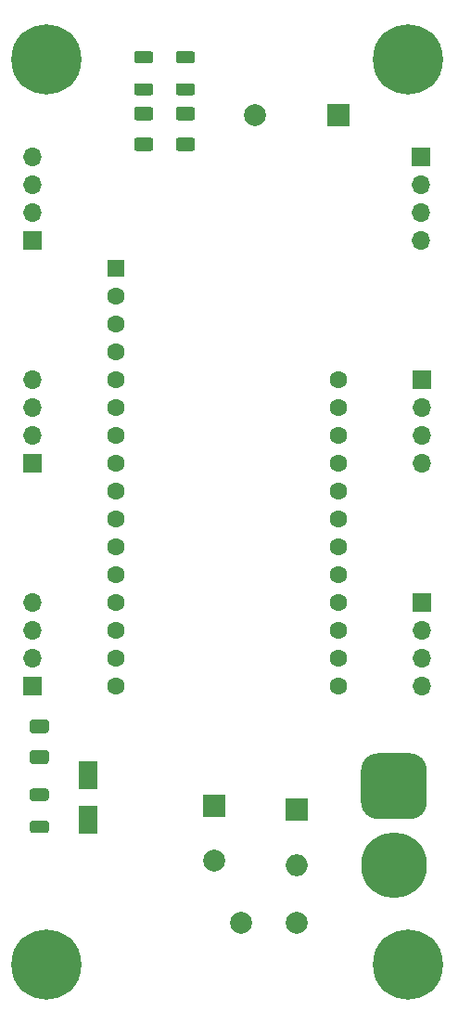
<source format=gbr>
%TF.GenerationSoftware,KiCad,Pcbnew,(5.1.12)-1*%
%TF.CreationDate,2022-01-27T23:25:20+05:30*%
%TF.ProjectId,M5_BuggyProject,4d355f42-7567-4677-9950-726f6a656374,v1.0*%
%TF.SameCoordinates,Original*%
%TF.FileFunction,Soldermask,Top*%
%TF.FilePolarity,Negative*%
%FSLAX46Y46*%
G04 Gerber Fmt 4.6, Leading zero omitted, Abs format (unit mm)*
G04 Created by KiCad (PCBNEW (5.1.12)-1) date 2022-01-27 23:25:20*
%MOMM*%
%LPD*%
G01*
G04 APERTURE LIST*
%ADD10R,1.700000X1.700000*%
%ADD11O,1.700000X1.700000*%
%ADD12R,2.000000X2.000000*%
%ADD13C,2.000000*%
%ADD14O,2.000000X2.000000*%
%ADD15C,1.600000*%
%ADD16R,1.600000X1.600000*%
%ADD17C,6.000000*%
%ADD18R,1.700000X2.500000*%
%ADD19C,6.400000*%
%ADD20C,0.800000*%
G04 APERTURE END LIST*
D10*
%TO.C,A7*%
X79248000Y-96266000D03*
D11*
X79248000Y-93726000D03*
X79248000Y-91186000D03*
X79248000Y-88646000D03*
%TD*%
D12*
%TO.C,C1*%
X95885000Y-107188000D03*
D13*
X95885000Y-112188000D03*
%TD*%
%TO.C,R1*%
G36*
G01*
X79257997Y-105621000D02*
X80508003Y-105621000D01*
G75*
G02*
X80758000Y-105870997I0J-249997D01*
G01*
X80758000Y-106496003D01*
G75*
G02*
X80508003Y-106746000I-249997J0D01*
G01*
X79257997Y-106746000D01*
G75*
G02*
X79008000Y-106496003I0J249997D01*
G01*
X79008000Y-105870997D01*
G75*
G02*
X79257997Y-105621000I249997J0D01*
G01*
G37*
G36*
G01*
X79257997Y-108546000D02*
X80508003Y-108546000D01*
G75*
G02*
X80758000Y-108795997I0J-249997D01*
G01*
X80758000Y-109421003D01*
G75*
G02*
X80508003Y-109671000I-249997J0D01*
G01*
X79257997Y-109671000D01*
G75*
G02*
X79008000Y-109421003I0J249997D01*
G01*
X79008000Y-108795997D01*
G75*
G02*
X79257997Y-108546000I249997J0D01*
G01*
G37*
%TD*%
D12*
%TO.C,D1*%
X103352600Y-107569000D03*
D14*
X103352600Y-112649000D03*
%TD*%
D11*
%TO.C,A6*%
X79248000Y-68326000D03*
X79248000Y-70866000D03*
X79248000Y-73406000D03*
D10*
X79248000Y-75946000D03*
%TD*%
D15*
%TO.C,A1*%
X86868000Y-96266000D03*
X86868000Y-93726000D03*
X86868000Y-91186000D03*
X86868000Y-88646000D03*
X86868000Y-86106000D03*
X86868000Y-83566000D03*
X86868000Y-81026000D03*
X86868000Y-78486000D03*
X86868000Y-75946000D03*
X86868000Y-73406000D03*
X86868000Y-70866000D03*
X86868000Y-68326000D03*
X86868000Y-65786000D03*
X86868000Y-63246000D03*
X86868000Y-60706000D03*
D16*
X86868000Y-58166000D03*
D15*
X107188000Y-68326000D03*
X107188000Y-70866000D03*
X107188000Y-73406000D03*
X107188000Y-75946000D03*
X107188000Y-78486000D03*
X107188000Y-81026000D03*
X107188000Y-83566000D03*
X107188000Y-86106000D03*
X107188000Y-88646000D03*
X107188000Y-91186000D03*
X107188000Y-93726000D03*
X107188000Y-96266000D03*
%TD*%
D11*
%TO.C,A4*%
X114808000Y-96266000D03*
X114808000Y-93726000D03*
X114808000Y-91186000D03*
D10*
X114808000Y-88646000D03*
%TD*%
D11*
%TO.C,A2*%
X114703001Y-55626000D03*
X114703001Y-53086000D03*
X114703001Y-50546000D03*
D10*
X114703001Y-48006000D03*
%TD*%
%TO.C,A3*%
X114808000Y-68326000D03*
D11*
X114808000Y-70866000D03*
X114808000Y-73406000D03*
X114808000Y-75946000D03*
%TD*%
D10*
%TO.C,A5*%
X79248000Y-55626000D03*
D11*
X79248000Y-53086000D03*
X79248000Y-50546000D03*
X79248000Y-48006000D03*
%TD*%
D17*
%TO.C,J1*%
X112268000Y-112610000D03*
G36*
G01*
X110768000Y-102410000D02*
X113768000Y-102410000D01*
G75*
G02*
X115268000Y-103910000I0J-1500000D01*
G01*
X115268000Y-106910000D01*
G75*
G02*
X113768000Y-108410000I-1500000J0D01*
G01*
X110768000Y-108410000D01*
G75*
G02*
X109268000Y-106910000I0J1500000D01*
G01*
X109268000Y-103910000D01*
G75*
G02*
X110768000Y-102410000I1500000J0D01*
G01*
G37*
%TD*%
D18*
%TO.C,Z1*%
X84328000Y-104426000D03*
X84328000Y-108426000D03*
%TD*%
D19*
%TO.C,H1*%
X80518000Y-39116000D03*
D20*
X82918000Y-39116000D03*
X82215056Y-40813056D03*
X80518000Y-41516000D03*
X78820944Y-40813056D03*
X78118000Y-39116000D03*
X78820944Y-37418944D03*
X80518000Y-36716000D03*
X82215056Y-37418944D03*
%TD*%
%TO.C,H2*%
X115235056Y-37418944D03*
X113538000Y-36716000D03*
X111840944Y-37418944D03*
X111138000Y-39116000D03*
X111840944Y-40813056D03*
X113538000Y-41516000D03*
X115235056Y-40813056D03*
X115938000Y-39116000D03*
D19*
X113538000Y-39116000D03*
%TD*%
D20*
%TO.C,H3*%
X115235056Y-119968944D03*
X113538000Y-119266000D03*
X111840944Y-119968944D03*
X111138000Y-121666000D03*
X111840944Y-123363056D03*
X113538000Y-124066000D03*
X115235056Y-123363056D03*
X115938000Y-121666000D03*
D19*
X113538000Y-121666000D03*
%TD*%
%TO.C,H4*%
X80518000Y-121666000D03*
D20*
X82918000Y-121666000D03*
X82215056Y-123363056D03*
X80518000Y-124066000D03*
X78820944Y-123363056D03*
X78118000Y-121666000D03*
X78820944Y-119968944D03*
X80518000Y-119266000D03*
X82215056Y-119968944D03*
%TD*%
D12*
%TO.C,BZ1*%
X107188000Y-44196000D03*
D13*
X99588000Y-44196000D03*
%TD*%
%TO.C,R2*%
G36*
G01*
X90033003Y-39486000D02*
X88782997Y-39486000D01*
G75*
G02*
X88533000Y-39236003I0J249997D01*
G01*
X88533000Y-38610997D01*
G75*
G02*
X88782997Y-38361000I249997J0D01*
G01*
X90033003Y-38361000D01*
G75*
G02*
X90283000Y-38610997I0J-249997D01*
G01*
X90283000Y-39236003D01*
G75*
G02*
X90033003Y-39486000I-249997J0D01*
G01*
G37*
G36*
G01*
X90033003Y-42411000D02*
X88782997Y-42411000D01*
G75*
G02*
X88533000Y-42161003I0J249997D01*
G01*
X88533000Y-41535997D01*
G75*
G02*
X88782997Y-41286000I249997J0D01*
G01*
X90033003Y-41286000D01*
G75*
G02*
X90283000Y-41535997I0J-249997D01*
G01*
X90283000Y-42161003D01*
G75*
G02*
X90033003Y-42411000I-249997J0D01*
G01*
G37*
%TD*%
%TO.C,R3*%
G36*
G01*
X93843003Y-42411000D02*
X92592997Y-42411000D01*
G75*
G02*
X92343000Y-42161003I0J249997D01*
G01*
X92343000Y-41535997D01*
G75*
G02*
X92592997Y-41286000I249997J0D01*
G01*
X93843003Y-41286000D01*
G75*
G02*
X94093000Y-41535997I0J-249997D01*
G01*
X94093000Y-42161003D01*
G75*
G02*
X93843003Y-42411000I-249997J0D01*
G01*
G37*
G36*
G01*
X93843003Y-39486000D02*
X92592997Y-39486000D01*
G75*
G02*
X92343000Y-39236003I0J249997D01*
G01*
X92343000Y-38610997D01*
G75*
G02*
X92592997Y-38361000I249997J0D01*
G01*
X93843003Y-38361000D01*
G75*
G02*
X94093000Y-38610997I0J-249997D01*
G01*
X94093000Y-39236003D01*
G75*
G02*
X93843003Y-39486000I-249997J0D01*
G01*
G37*
%TD*%
%TO.C,D2*%
G36*
G01*
X88783000Y-43441000D02*
X90033000Y-43441000D01*
G75*
G02*
X90283000Y-43691000I0J-250000D01*
G01*
X90283000Y-44441000D01*
G75*
G02*
X90033000Y-44691000I-250000J0D01*
G01*
X88783000Y-44691000D01*
G75*
G02*
X88533000Y-44441000I0J250000D01*
G01*
X88533000Y-43691000D01*
G75*
G02*
X88783000Y-43441000I250000J0D01*
G01*
G37*
G36*
G01*
X88783000Y-46241000D02*
X90033000Y-46241000D01*
G75*
G02*
X90283000Y-46491000I0J-250000D01*
G01*
X90283000Y-47241000D01*
G75*
G02*
X90033000Y-47491000I-250000J0D01*
G01*
X88783000Y-47491000D01*
G75*
G02*
X88533000Y-47241000I0J250000D01*
G01*
X88533000Y-46491000D01*
G75*
G02*
X88783000Y-46241000I250000J0D01*
G01*
G37*
%TD*%
%TO.C,D3*%
G36*
G01*
X79258000Y-102121000D02*
X80508000Y-102121000D01*
G75*
G02*
X80758000Y-102371000I0J-250000D01*
G01*
X80758000Y-103121000D01*
G75*
G02*
X80508000Y-103371000I-250000J0D01*
G01*
X79258000Y-103371000D01*
G75*
G02*
X79008000Y-103121000I0J250000D01*
G01*
X79008000Y-102371000D01*
G75*
G02*
X79258000Y-102121000I250000J0D01*
G01*
G37*
G36*
G01*
X79258000Y-99321000D02*
X80508000Y-99321000D01*
G75*
G02*
X80758000Y-99571000I0J-250000D01*
G01*
X80758000Y-100321000D01*
G75*
G02*
X80508000Y-100571000I-250000J0D01*
G01*
X79258000Y-100571000D01*
G75*
G02*
X79008000Y-100321000I0J250000D01*
G01*
X79008000Y-99571000D01*
G75*
G02*
X79258000Y-99321000I250000J0D01*
G01*
G37*
%TD*%
%TO.C,D4*%
G36*
G01*
X92593000Y-43441000D02*
X93843000Y-43441000D01*
G75*
G02*
X94093000Y-43691000I0J-250000D01*
G01*
X94093000Y-44441000D01*
G75*
G02*
X93843000Y-44691000I-250000J0D01*
G01*
X92593000Y-44691000D01*
G75*
G02*
X92343000Y-44441000I0J250000D01*
G01*
X92343000Y-43691000D01*
G75*
G02*
X92593000Y-43441000I250000J0D01*
G01*
G37*
G36*
G01*
X92593000Y-46241000D02*
X93843000Y-46241000D01*
G75*
G02*
X94093000Y-46491000I0J-250000D01*
G01*
X94093000Y-47241000D01*
G75*
G02*
X93843000Y-47491000I-250000J0D01*
G01*
X92593000Y-47491000D01*
G75*
G02*
X92343000Y-47241000I0J250000D01*
G01*
X92343000Y-46491000D01*
G75*
G02*
X92593000Y-46241000I250000J0D01*
G01*
G37*
%TD*%
%TO.C,J2*%
X103378000Y-117856000D03*
%TD*%
%TO.C,J3*%
X98298000Y-117831001D03*
%TD*%
M02*

</source>
